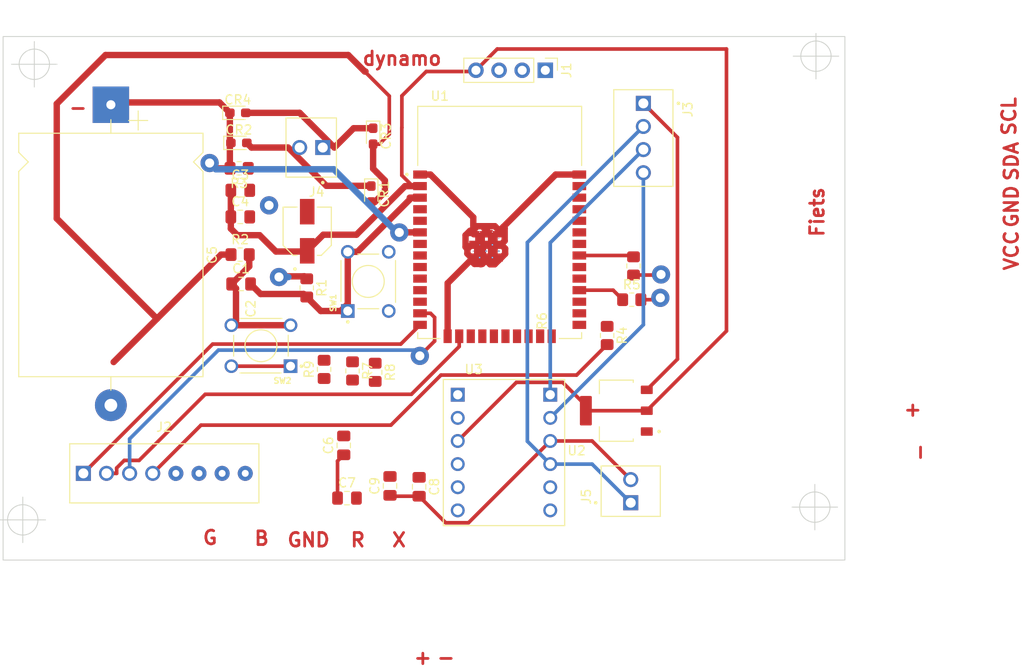
<source format=kicad_pcb>
(kicad_pcb (version 20211014) (generator pcbnew)
  (layers (0 "F.Cu" signal) (31 "B.Cu" signal) (34 "B.Paste" user) (35 "F.Paste" user) (36 "B.SilkS" user "B.Silkscreen") (37 "F.SilkS" user "F.Silkscreen") (38 "B.Mask" user) (39 "F.Mask" user) (44 "Edge.Cuts" user))
  (net 0 "")
  (net 1 "GND")
  (net 2 "Net-(C1-Pad2)")
  (net 3 "Net-(C5-Pad1)")
  (net 4 "Net-(C5-Pad2)")
  (net 5 "Net-(CR1-Pad1)")
  (net 6 "Net-(CR3-Pad1)")
  (net 7 "Net-(J1-Pad2)")
  (net 8 "Net-(J1-Pad3)")
  (net 9 "Net-(J2-Pad1)")
  (net 10 "Net-(J2-Pad2)")
  (net 11 "Net-(J2-Pad3)")
  (net 12 "Net-(J2-Pad4)")
  (net 13 "Net-(J2-Pad5)")
  (net 14 "Net-(J2-Pad7)")
  (net 16 "Net-(J3-Pad3)")
  (net 17 "Net-(J3-Pad4)")
  (net 18 "Net-(R8-Pad2)")
  (net 40 "+3V3")
  (net 41 "Net-(R7-Pad2)")
  (net 42 "Net-(R4-Pad1)")
  (net 43 "Net-(R5-Pad1)")
  (net 44 "Net-(R6-Pad1)")
  (net 45 "Net-(C2-Pad1)")
  (net 46 "Net-(C8-Pad2)")
  (net 47 "Net-(R9-Pad2)")
  (footprint "Diode_SMD:D_0603_1608Metric_Pad1.05x0.95mm_HandSolder" (layer "F.Cu") (at 160.8328 44.7294 -90)
    (fp_text reference "CR1" (at 0 -1.43 90) (layer "F.SilkS"))
    (fp_text value "1N4148W-TP")
    (pad "1" smd roundrect (at -0.875 0 270) (size 1.05 0.95) (layers "F.Cu" "F.Paste" "F.Mask") (net 5 "Net-(CR1-Pad1)"))
    (pad "2" smd roundrect (at 0.875 0 270) (size 1.05 0.95) (layers "F.Cu" "F.Paste" "F.Mask") (net 4 "Net-(C5-Pad2)"))
  )
  (footprint "libraries:TE_1546215-4" (layer "F.Cu") (at 190.7201 38.5826 -90)
    (fp_text reference "J3" (at -3.135 -4.885 -90) (layer "F.SilkS"))
    (fp_text value "282837-4")
    (pad "1" thru_hole rect locked (at -3.81 0 270) (size 1.65 1.65) (drill 1.1) (layers *.Cu *.Mask) (net 46 "Net-(C8-Pad2)"))
    (pad "2" thru_hole circle locked (at -1.27 0 270) (size 1.65 1.65) (drill 1.1) (layers *.Cu *.Mask) (net 1 "GND"))
    (pad "3" thru_hole circle locked (at 1.27 0 270) (size 1.65 1.65) (drill 1.1) (layers *.Cu *.Mask) (net 16 "Net-(J3-Pad3)"))
    (pad "4" thru_hole circle locked (at 3.81 0 270) (size 1.65 1.65) (drill 1.1) (layers *.Cu *.Mask) (net 17 "Net-(J3-Pad4)"))
  )
  (footprint "Resistor_SMD:R_0805_2012Metric_Pad1.20x1.40mm_HandSolder" (layer "F.Cu") (at 161.2646 64.3128 -90)
    (fp_text reference "R8" (at 0 -1.65 90) (layer "F.SilkS"))
    (fp_text value "10k")
    (pad "1" smd roundrect (at -1 0 270) (size 1.2 1.4) (layers "F.Cu" "F.Paste" "F.Mask") (roundrect_rratio 0.208333) (net 40 "+3V3"))
    (pad "2" smd roundrect (at 1 0 270) (size 1.2 1.4) (layers "F.Cu" "F.Paste" "F.Mask") (roundrect_rratio 0.208333) (net 18 "Net-(R8-Pad2)"))
  )
  (footprint "Resistor_SMD:R_0805_2012Metric_Pad1.20x1.40mm_HandSolder" (layer "F.Cu") (at 155.6512 63.992 90)
    (fp_text reference "R9" (at 0 -1.65 90) (layer "F.SilkS"))
    (fp_text value "10k")
    (pad "1" smd roundrect (at -1 0 90) (size 1.2 1.4) (layers "F.Cu" "F.Paste" "F.Mask") (roundrect_rratio 0.208333) (net 40 "+3V3"))
    (pad "2" smd roundrect (at 1 0 90) (size 1.2 1.4) (layers "F.Cu" "F.Paste" "F.Mask") (roundrect_rratio 0.208333) (net 47 "Net-(R9-Pad2)"))
  )
  (footprint "libraries:SOT229P700X180-4N" (layer "F.Cu") (at 187.7476 68.5292 180)
    (fp_text reference "U2" (at 4.36161 -4.39024) (layer "F.SilkS") (effects (font (size 1.001528 1.001528))))
    (fp_text value "AMS1117")
    (pad "1" smd roundrect locked (at -3.345 -2.29 90) (size 0.93 1.31) (layers "F.Cu" "F.Paste" "F.Mask") (roundrect_rratio 0.1) (net 1 "GND"))
    (pad "2" smd roundrect locked (at -3.345 0 90) (size 0.93 1.31) (layers "F.Cu" "F.Paste" "F.Mask") (roundrect_rratio 0.1) (net 45 "Net-(C2-Pad1)"))
    (pad "3" smd roundrect locked (at -3.345 2.29 90) (size 0.93 1.31) (layers "F.Cu" "F.Paste" "F.Mask") (roundrect_rratio 0.1) (net 46 "Net-(C8-Pad2)"))
    (pad "4" smd roundrect locked (at 3.345 0 90) (size 3.24 1.31) (layers "F.Cu" "F.Paste" "F.Mask") (roundrect_rratio 0.1) (net 45 "Net-(C2-Pad1)"))
  )
  (footprint "Resistor_SMD:R_0805_2012Metric_Pad1.20x1.40mm_HandSolder" (layer "F.Cu") (at 189.6364 52.6288 -90)
    (fp_text reference "R6" (at 6.053 10.0418 90) (layer "F.SilkS"))
    (fp_text value "82")
    (pad "1" smd roundrect (at -1 0 270) (size 1.2 1.4) (layers "F.Cu" "F.Paste" "F.Mask") (roundrect_rratio 0.208333) (net 44 "Net-(R6-Pad1)"))
    (pad "2" smd roundrect (at 1 0 270) (size 1.2 1.4) (layers "F.Cu" "F.Paste" "F.Mask") (roundrect_rratio 0.208333) (net 14 "Net-(J2-Pad7)"))
  )
  (footprint "Capacitor_SMD:C_0805_2012Metric_Pad1.18x1.45mm_HandSolder" (layer "F.Cu") (at 162.8902 76.7881 90)
    (fp_text reference "C9" (at 0 -1.68 90) (layer "F.SilkS"))
    (fp_text value "4.7u")
    (pad "1" smd roundrect (at -1.0375 0 90) (size 1.175 1.45) (layers "F.Cu" "F.Paste" "F.Mask") (roundrect_rratio 0.212766) (net 46 "Net-(C8-Pad2)"))
    (pad "2" smd roundrect (at 1.0375 0 90) (size 1.175 1.45) (layers "F.Cu" "F.Paste" "F.Mask") (roundrect_rratio 0.212766) (net 1 "GND"))
  )
  (footprint "libraries:CAP_EEE0JA101WR" (layer "F.Cu") (at 153.797 48.8188 90)
    (fp_text reference "C2" (at -8.511 -6.194 90) (layer "F.SilkS"))
    (fp_text value "220u")
    (pad "1" smd rect locked (at -2.15 0 90) (size 2.8 1.6) (layers "F.Cu" "F.Paste" "F.Mask") (net 45 "Net-(C2-Pad1)"))
    (pad "2" smd rect locked (at 2.15 0 90) (size 2.8 1.6) (layers "F.Cu" "F.Paste" "F.Mask") (net 1 "GND"))
  )
  (footprint "Capacitor_THT:CP_Axial_L26.5mm_D20.0mm_P33.00mm_Horizontal" (layer "F.Cu") (at 132.2324 34.925 -90)
    (fp_text reference "C5" (at 16.5 -11.12 90) (layer "F.SilkS"))
    (fp_text value "1000µ")
    (pad "1" thru_hole rect (at 0 0 270) (size 4 4) (drill 1) (layers *.Cu *.Mask) (net 3 "Net-(C5-Pad1)"))
    (pad "2" thru_hole oval (at 33 0 270) (size 3.5 3.5) (drill 1.4) (layers *.Cu *.Mask) (net 4 "Net-(C5-Pad2)"))
  )
  (footprint "libraries:TE_1546215-2" (layer "F.Cu") (at 154.2385 39.624 180)
    (fp_text reference "J4" (at -0.595 -4.885 180) (layer "F.SilkS"))
    (fp_text value "282841-2")
    (pad "1" thru_hole rect locked (at -1.27 0 180) (size 1.65 1.65) (drill 1.1) (layers *.Cu *.Mask) (net 6 "Net-(CR3-Pad1)"))
    (pad "2" thru_hole circle locked (at 1.27 0 180) (size 1.65 1.65) (drill 1.1) (layers *.Cu *.Mask) (net 5 "Net-(CR1-Pad1)"))
  )
  (footprint "Diode_SMD:D_0603_1608Metric_Pad1.05x0.95mm_HandSolder" (layer "F.Cu") (at 146.177 35.814)
    (fp_text reference "CR4" (at 0 -1.43) (layer "F.SilkS"))
    (fp_text value "1N4148W-TP")
    (pad "1" smd roundrect (at -0.875 0) (size 1.05 0.95) (layers "F.Cu" "F.Paste" "F.Mask") (net 3 "Net-(C5-Pad1)"))
    (pad "2" smd roundrect (at 0.875 0) (size 1.05 0.95) (layers "F.Cu" "F.Paste" "F.Mask") (net 6 "Net-(CR3-Pad1)"))
  )
  (footprint "BOB-12009:CONV_BOB-12009" (layer "F.Cu") (at 175.4124 73.1266)
    (fp_text reference "U3" (at -3.325 -9.135) (layer "F.SilkS"))
    (fp_text value "BOB-12009")
    (pad "GND_1" thru_hole circle locked (at 5.08 1.27) (size 1.524 1.524) (drill 1.016) (layers *.Cu *.Mask) (net 1 "GND"))
    (pad "GND_2" thru_hole circle locked (at -5.08 1.27) (size 1.524 1.524) (drill 1.016) (layers *.Cu *.Mask) (net 1 "GND"))
    (pad "HV" thru_hole circle locked (at 5.08 -1.27) (size 1.524 1.524) (drill 1.016) (layers *.Cu *.Mask) (net 46 "Net-(C8-Pad2)"))
    (pad "HV1" thru_hole rect locked (at 5.08 -6.35) (size 1.524 1.524) (drill 1.016) (layers *.Cu *.Mask) (net 16 "Net-(J3-Pad3)"))
    (pad "HV2" thru_hole circle locked (at 5.08 -3.81) (size 1.524 1.524) (drill 1.016) (layers *.Cu *.Mask) (net 17 "Net-(J3-Pad4)"))
    (pad "HV3" thru_hole circle locked (at 5.08 3.81) (size 1.524 1.524) (drill 1.016) (layers *.Cu *.Mask))
    (pad "HV4" thru_hole circle locked (at 5.08 6.35) (size 1.524 1.524) (drill 1.016) (layers *.Cu *.Mask))
    (pad "LV" thru_hole circle locked (at -5.08 -1.27) (size 1.524 1.524) (drill 1.016) (layers *.Cu *.Mask) (net 45 "Net-(C2-Pad1)"))
    (pad "LV1" thru_hole rect locked (at -5.08 -6.35) (size 1.524 1.524) (drill 1.016) (layers *.Cu *.Mask) (net 47 "Net-(R9-Pad2)"))
    (pad "LV2" thru_hole circle locked (at -5.08 -3.81) (size 1.524 1.524) (drill 1.016) (layers *.Cu *.Mask) (net 18 "Net-(R8-Pad2)"))
    (pad "LV3" thru_hole circle locked (at -5.08 3.81) (size 1.524 1.524) (drill 1.016) (layers *.Cu *.Mask))
    (pad "LV4" thru_hole circle locked (at -5.08 6.35) (size 1.524 1.524) (drill 1.016) (layers *.Cu *.Mask))
  )
  (footprint "Capacitor_SMD:C_0805_2012Metric_Pad1.18x1.45mm_HandSolder" (layer "F.Cu") (at 146.447 44.323)
    (fp_text reference "C3" (at 0 -1.68) (layer "F.SilkS"))
    (fp_text value "22u")
    (pad "1" smd roundrect (at -1.0375 0) (size 1.175 1.45) (layers "F.Cu" "F.Paste" "F.Mask") (roundrect_rratio 0.212766) (net 45 "Net-(C2-Pad1)"))
    (pad "2" smd roundrect (at 1.0375 0) (size 1.175 1.45) (layers "F.Cu" "F.Paste" "F.Mask") (roundrect_rratio 0.212766) (net 1 "GND"))
  )
  (footprint "libraries:TE_1546215-2" (layer "F.Cu") (at 189.3316 77.3684 90)
    (fp_text reference "J5" (at -0.595 -4.885 90) (layer "F.SilkS"))
    (fp_text value "282841-2")
    (pad "1" thru_hole rect locked (at -1.27 0 90) (size 1.65 1.65) (drill 1.1) (layers *.Cu *.Mask) (net 1 "GND"))
    (pad "2" thru_hole circle locked (at 1.27 0 90) (size 1.65 1.65) (drill 1.1) (layers *.Cu *.Mask) (net 46 "Net-(C8-Pad2)"))
  )
  (footprint "Capacitor_SMD:C_0805_2012Metric_Pad1.18x1.45mm_HandSolder" (layer "F.Cu") (at 146.5365 54.61)
    (fp_text reference "C1" (at 0 -1.68) (layer "F.SilkS"))
    (fp_text value "1u")
    (pad "1" smd roundrect (at -1.0375 0) (size 1.175 1.45) (layers "F.Cu" "F.Paste" "F.Mask") (roundrect_rratio 0.212766) (net 1 "GND"))
    (pad "2" smd roundrect (at 1.0375 0) (size 1.175 1.45) (layers "F.Cu" "F.Paste" "F.Mask") (roundrect_rratio 0.212766) (net 2 "Net-(C1-Pad2)"))
  )
  (footprint "Capacitor_SMD:C_0805_2012Metric_Pad1.18x1.45mm_HandSolder" (layer "F.Cu") (at 158.1658 78.1304)
    (fp_text reference "C7" (at 0 -1.68) (layer "F.SilkS"))
    (fp_text value "4.7u")
    (pad "1" smd roundrect (at -1.0375 0) (size 1.175 1.45) (layers "F.Cu" "F.Paste" "F.Mask") (roundrect_rratio 0.212766) (net 45 "Net-(C2-Pad1)"))
    (pad "2" smd roundrect (at 1.0375 0) (size 1.175 1.45) (layers "F.Cu" "F.Paste" "F.Mask") (roundrect_rratio 0.212766) (net 1 "GND"))
  )
  (footprint "Capacitor_SMD:C_0805_2012Metric_Pad1.18x1.45mm_HandSolder" (layer "F.Cu") (at 166.0906 76.8858 -90)
    (fp_text reference "C8" (at 0 -1.68 90) (layer "F.SilkS"))
    (fp_text value "0.1u")
    (pad "1" smd roundrect (at -1.0375 0 270) (size 1.175 1.45) (layers "F.Cu" "F.Paste" "F.Mask") (roundrect_rratio 0.212766) (net 1 "GND"))
    (pad "2" smd roundrect (at 1.0375 0 270) (size 1.175 1.45) (layers "F.Cu" "F.Paste" "F.Mask") (roundrect_rratio 0.212766) (net 46 "Net-(C8-Pad2)"))
  )
  (footprint "Resistor_SMD:R_0805_2012Metric_Pad1.20x1.40mm_HandSolder" (layer "F.Cu") (at 153.7462 55.0418 -90)
    (fp_text reference "R1" (at 0 -1.65 90) (layer "F.SilkS"))
    (fp_text value "10k")
    (pad "1" smd roundrect (at -1 0 270) (size 1.2 1.4) (layers "F.Cu" "F.Paste" "F.Mask") (roundrect_rratio 0.208333) (net 40 "+3V3"))
    (pad "2" smd roundrect (at 1 0 270) (size 1.2 1.4) (layers "F.Cu" "F.Paste" "F.Mask") (roundrect_rratio 0.208333) (net 2 "Net-(C1-Pad2)"))
  )
  (footprint "Resistor_SMD:R_0805_2012Metric_Pad1.20x1.40mm_HandSolder" (layer "F.Cu") (at 158.7754 64.1604 -90)
    (fp_text reference "R7" (at 0 -1.65 90) (layer "F.SilkS"))
    (fp_text value "10k")
    (pad "1" smd roundrect (at -1 0 270) (size 1.2 1.4) (layers "F.Cu" "F.Paste" "F.Mask") (roundrect_rratio 0.208333) (net 40 "+3V3"))
    (pad "2" smd roundrect (at 1 0 270) (size 1.2 1.4) (layers "F.Cu" "F.Paste" "F.Mask") (roundrect_rratio 0.208333) (net 41 "Net-(R7-Pad2)"))
  )
  (footprint "Capacitor_SMD:C_0805_2012Metric_Pad1.18x1.45mm_HandSolder" (layer "F.Cu") (at 146.447 47.244)
    (fp_text reference "C4" (at 0 -1.68) (layer "F.SilkS"))
    (fp_text value "0.1u")
    (pad "1" smd roundrect (at -1.0375 0) (size 1.175 1.45) (layers "F.Cu" "F.Paste" "F.Mask") (roundrect_rratio 0.212766) (net 45 "Net-(C2-Pad1)"))
    (pad "2" smd roundrect (at 1.0375 0) (size 1.175 1.45) (layers "F.Cu" "F.Paste" "F.Mask") (roundrect_rratio 0.212766) (net 1 "GND"))
  )
  (footprint "Resistor_SMD:R_0805_2012Metric_Pad1.20x1.40mm_HandSolder" (layer "F.Cu") (at 189.4426 56.3372)
    (fp_text reference "R5" (at 0 -1.65) (layer "F.SilkS"))
    (fp_text value "82")
    (pad "1" smd roundrect (at -1 0) (size 1.2 1.4) (layers "F.Cu" "F.Paste" "F.Mask") (roundrect_rratio 0.208333) (net 43 "Net-(R5-Pad1)"))
    (pad "2" smd roundrect (at 1 0) (size 1.2 1.4) (layers "F.Cu" "F.Paste" "F.Mask") (roundrect_rratio 0.208333) (net 13 "Net-(J2-Pad5)"))
  )
  (footprint "Resistor_SMD:R_0805_2012Metric_Pad1.20x1.40mm_HandSolder" (layer "F.Cu") (at 146.32 41.91 180)
    (fp_text reference "R3" (at 0 -1.65) (layer "F.SilkS"))
    (fp_text value "120")
    (pad "1" smd roundrect (at -1 0 180) (size 1.2 1.4) (layers "F.Cu" "F.Paste" "F.Mask") (roundrect_rratio 0.208333) (net 1 "GND"))
    (pad "2" smd roundrect (at 1 0 180) (size 1.2 1.4) (layers "F.Cu" "F.Paste" "F.Mask") (roundrect_rratio 0.208333) (net 3 "Net-(C5-Pad1)"))
  )
  (footprint "Diode_SMD:D_0603_1608Metric_Pad1.05x0.95mm_HandSolder" (layer "F.Cu") (at 161.036 38.3794 -90)
    (fp_text reference "CR3" (at 0 -1.43 90) (layer "F.SilkS"))
    (fp_text value "1N4148W-TP")
    (pad "1" smd roundrect (at -0.875 0 270) (size 1.05 0.95) (layers "F.Cu" "F.Paste" "F.Mask") (net 6 "Net-(CR3-Pad1)"))
    (pad "2" smd roundrect (at 0.875 0 270) (size 1.05 0.95) (layers "F.Cu" "F.Paste" "F.Mask") (net 4 "Net-(C5-Pad2)"))
  )
  (footprint "libraries:SW_1825910-6-4" (layer "F.Cu") (at 148.717 61.3918 180)
    (fp_text reference "SW2" (at -2.3627 -3.844398) (layer "F.SilkS") (effects (font (size 0.630643 0.630643))))
    (fp_text value "BOOT")
    (pad "1" thru_hole rect locked (at -3.25 -2.25 180) (size 1.498 1.498) (drill 0.99) (layers *.Cu *.Mask) (net 41 "Net-(R7-Pad2)"))
    (pad "2" thru_hole circle locked (at 3.25 -2.25 180) (size 1.498 1.498) (drill 0.99) (layers *.Cu *.Mask) (net 41 "Net-(R7-Pad2)"))
    (pad "3" thru_hole circle locked (at -3.25 2.25 180) (size 1.498 1.498) (drill 0.99) (layers *.Cu *.Mask) (net 1 "GND"))
    (pad "4" thru_hole circle locked (at 3.25 2.25 180) (size 1.498 1.498) (drill 0.99) (layers *.Cu *.Mask) (net 1 "GND"))
  )
  (footprint "libraries:XCVR_ESP32-WROOM-32E_(16MB)" (layer "F.Cu") (at 174.9375 47.85125)
    (fp_text reference "U1" (at -6.575 -13.885) (layer "F.SilkS"))
    (fp_text value "ESP32-WROOM-32E_(16MB)")
    (pad "1" smd rect locked (at -8.75 -5.26) (size 1.5 0.9) (layers "F.Cu" "F.Paste" "F.Mask") (net 1 "GND"))
    (pad "2" smd rect locked (at -8.75 -3.99) (size 1.5 0.9) (layers "F.Cu" "F.Paste" "F.Mask") (net 45 "Net-(C2-Pad1)"))
    (pad "3" smd rect locked (at -8.75 -2.72) (size 1.5 0.9) (layers "F.Cu" "F.Paste" "F.Mask") (net 2 "Net-(C1-Pad2)"))
    (pad "4" smd rect locked (at -8.75 -1.45) (size 1.5 0.9) (layers "F.Cu" "F.Paste" "F.Mask"))
    (pad "5" smd rect locked (at -8.75 -0.18) (size 1.5 0.9) (layers "F.Cu" "F.Paste" "F.Mask"))
    (pad "6" smd rect locked (at -8.75 1.09) (size 1.5 0.9) (layers "F.Cu" "F.Paste" "F.Mask") (net 3 "Net-(C5-Pad1)"))
    (pad "7" smd rect locked (at -8.75 2.36) (size 1.5 0.9) (layers "F.Cu" "F.Paste" "F.Mask"))
    (pad "8" smd rect locked (at -8.75 3.63) (size 1.5 0.9) (layers "F.Cu" "F.Paste" "F.Mask"))
    (pad "9" smd rect locked (at -8.75 4.9) (size 1.5 0.9) (layers "F.Cu" "F.Paste" "F.Mask"))
    (pad "10" smd rect locked (at -8.75 6.17) (size 1.5 0.9) (layers "F.Cu" "F.Paste" "F.Mask"))
    (pad "11" smd rect locked (at -8.75 7.44) (size 1.5 0.9) (layers "F.Cu" "F.Paste" "F.Mask"))
    (pad "12" smd rect locked (at -8.75 8.71) (size 1.5 0.9) (layers "F.Cu" "F.Paste" "F.Mask"))
    (pad "13" smd rect locked (at -8.75 9.98) (size 1.5 0.9) (layers "F.Cu" "F.Paste" "F.Mask") (net 11 "Net-(J2-Pad3)"))
    (pad "14" smd rect locked (at -8.75 11.25) (size 1.5 0.9) (layers "F.Cu" "F.Paste" "F.Mask") (net 9 "Net-(J2-Pad1)"))
    (pad "15" smd rect locked (at -5.715 12.5) (size 0.9 1.5) (layers "F.Cu" "F.Paste" "F.Mask") (net 1 "GND"))
    (pad "16" smd rect locked (at -4.445 12.5) (size 0.9 1.5) (layers "F.Cu" "F.Paste" "F.Mask") (net 10 "Net-(J2-Pad2)"))
    (pad "17" smd rect locked (at -3.175 12.5) (size 0.9 1.5) (layers "F.Cu" "F.Paste" "F.Mask"))
    (pad "18" smd rect locked (at -1.905 12.5) (size 0.9 1.5) (layers "F.Cu" "F.Paste" "F.Mask"))
    (pad "19" smd rect locked (at -0.635 12.5) (size 0.9 1.5) (layers "F.Cu" "F.Paste" "F.Mask"))
    (pad "20" smd rect locked (at 0.635 12.5) (size 0.9 1.5) (layers "F.Cu" "F.Paste" "F.Mask"))
    (pad "21" smd rect locked (at 1.905 12.5) (size 0.9 1.5) (layers "F.Cu" "F.Paste" "F.Mask"))
    (pad "22" smd rect locked (at 3.175 12.5) (size 0.9 1.5) (layers "F.Cu" "F.Paste" "F.Mask"))
    (pad "23" smd rect locked (at 4.445 12.5) (size 0.9 1.5) (layers "F.Cu" "F.Paste" "F.Mask"))
    (pad "24" smd rect locked (at 5.715 12.5) (size 0.9 1.5) (layers "F.Cu" "F.Paste" "F.Mask"))
    (pad "25" smd rect locked (at 8.75 11.25) (size 1.5 0.9) (layers "F.Cu" "F.Paste" "F.Mask") (net 41 "Net-(R7-Pad2)"))
    (pad "26" smd rect locked (at 8.75 9.98) (size 1.5 0.9) (layers "F.Cu" "F.Paste" "F.Mask"))
    (pad "27" smd rect locked (at 8.75 8.71) (size 1.5 0.9) (layers "F.Cu" "F.Paste" "F.Mask") (net 42 "Net-(R4-Pad1)"))
    (pad "28" smd rect locked (at 8.75 7.44) (size 1.5 0.9) (layers "F.Cu" "F.Paste" "F.Mask") (net 43 "Net-(R5-Pad1)"))
    (pad "29" smd rect locked (at 8.75 6.17) (size 1.5 0.9) (layers "F.Cu" "F.Paste" "F.Mask"))
    (pad "30" smd rect locked (at 8.75 4.9) (size 1.5 0.9) (layers "F.Cu" "F.Paste" "F.Mask"))
    (pad "31" smd rect locked (at 8.75 3.63) (size 1.5 0.9) (layers "F.Cu" "F.Paste" "F.Mask") (net 44 "Net-(R6-Pad1)"))
    (pad "32" smd rect locked (at 8.75 2.36) (size 1.5 0.9) (layers "F.Cu" "F.Paste" "F.Mask"))
    (pad "33" smd rect locked (at 8.75 1.09) (size 1.5 0.9) (layers "F.Cu" "F.Paste" "F.Mask") (net 47 "Net-(R9-Pad2)"))
    (pad "34" smd rect locked (at 8.75 -0.18) (size 1.5 0.9) (layers "F.Cu" "F.Paste" "F.Mask") (net 7 "Net-(J1-Pad2)"))
    (pad "35" smd rect locked (at 8.75 -1.45) (size 1.5 0.9) (layers "F.Cu" "F.Paste" "F.Mask") (net 8 "Net-(J1-Pad3)"))
    (pad "36" smd rect locked (at 8.75 -2.72) (size 1.5 0.9) (layers "F.Cu" "F.Paste" "F.Mask") (net 18 "Net-(R8-Pad2)"))
    (pad "37" smd rect locked (at 8.75 -3.99) (size 1.5 0.9) (layers "F.Cu" "F.Paste" "F.Mask"))
    (pad "38" smd rect locked (at 8.75 -5.26) (size 1.5 0.9) (layers "F.Cu" "F.Paste" "F.Mask") (net 1 "GND"))
    (pad "39_1" smd rect locked (at -2.9 1.06) (size 0.9 0.9) (layers "F.Cu" "F.Paste" "F.Mask") (net 1 "GND"))
    (pad "39_2" smd rect locked (at -1.5 1.06) (size 0.9 0.9) (layers "F.Cu" "F.Paste" "F.Mask") (net 1 "GND"))
    (pad "39_3" smd rect locked (at -0.1 1.06) (size 0.9 0.9) (layers "F.Cu" "F.Paste" "F.Mask") (net 1 "GND"))
    (pad "39_4" smd rect locked (at -2.9 2.46) (size 0.9 0.9) (layers "F.Cu" "F.Paste" "F.Mask") (net 1 "GND"))
    (pad "39_5" smd rect locked (at -1.5 2.46) (size 0.9 0.9) (layers "F.Cu" "F.Paste" "F.Mask") (net 1 "GND"))
    (pad "39_6" smd rect locked (at -0.1 2.46) (size 0.9 0.9) (layers "F.Cu" "F.Paste" "F.Mask") (net 1 "GND"))
    (pad "39_7" smd rect locked (at -2.9 3.86) (size 0.9 0.9) (layers "F.Cu" "F.Paste" "F.Mask") (net 1 "GND"))
    (pad "39_8" smd rect locked (at -1.5 3.86) (size 0.9 0.9) (layers "F.Cu" "F.Paste" "F.Mask") (net 1 "GND"))
    (pad "39_9" smd rect locked (at -0.1 3.86) (size 0.9 0.9) (layers "F.Cu" "F.Paste" "F.Mask") (net 1 "GND"))
    (pad "39_10" thru_hole circle locked (at -2.2 1.06) (size 0.1 0.1) (drill 0.2) (layers *.Cu))
    (pad "39_11" thru_hole circle locked (at -0.8 1.06) (size 0.1 0.1) (drill 0.2) (layers *.Cu))
    (pad "39_12" thru_hole circle locked (at -2.9 1.76) (size 0 0) (drill 0.762) (layers *.Cu))
    (pad "39_13" thru_hole circle locked (at -1.5 1.76) (size 0 0) (drill 0.762) (layers *.Cu))
    (pad "39_14" thru_hole circle locked (at -0.1 1.76) (size 0.1 0.1) (drill 0.05) (layers *.Cu))
    (pad "39_15" thru_hole circle locked (at -2.2 2.46) (size 0.1 0.1) (drill 0.05) (layers *.Cu))
    (pad "39_16" thru_hole circle locked (at -0.8 2.46) (size 0.2 0.2) (drill 0.1) (layers *.Cu))
    (pad "39_17" thru_hole circle locked (at -2.9 3.16) (size 0.1 0.1) (drill 0.05) (layers *.Cu))
    (pad "39_18" thru_hole circle locked (at -1.5 3.16) (size 0.2 0.2) (drill 0.1) (layers *.Cu))
    (pad "39_19" thru_hole circle locked (at -0.1 3.16) (size 0.2 0.2) (drill 0.1) (layers *.Cu))
    (pad "39_20" thru_hole circle locked (at -2.2 3.86) (size 0.2 0.2) (drill 0.1) (layers *.Cu))
    (pad "39_21" thru_hole circle locked (at -0.8 3.86) (size 0.2 0.2) (drill 0.1) (layers *.Cu))
  )
  (footprint "Resistor_SMD:R_0805_2012Metric_Pad1.20x1.40mm_HandSolder" (layer "F.Cu") (at 186.7408 60.2648 -90)
    (fp_text reference "R4" (at 0 -1.65 90) (layer "F.SilkS"))
    (fp_text value "82")
    (pad "1" smd roundrect (at -1 0 270) (size 1.2 1.4) (layers "F.Cu" "F.Paste" "F.Mask") (roundrect_rratio 0.208333) (net 42 "Net-(R4-Pad1)"))
    (pad "2" smd roundrect (at 1 0 270) (size 1.2 1.4) (layers "F.Cu" "F.Paste" "F.Mask") (roundrect_rratio 0.208333) (net 12 "Net-(J2-Pad4)"))
  )
  (footprint "Resistor_SMD:R_0805_2012Metric_Pad1.20x1.40mm_HandSolder" (layer "F.Cu") (at 146.431 51.3842)
    (fp_text reference "R2" (at 0 -1.65) (layer "F.SilkS"))
    (fp_text value "560")
    (pad "1" smd roundrect (at -1 0) (size 1.2 1.4) (layers "F.Cu" "F.Paste" "F.Mask") (roundrect_rratio 0.208333) (net 4 "Net-(C5-Pad2)"))
    (pad "2" smd roundrect (at 1 0) (size 1.2 1.4) (layers "F.Cu" "F.Paste" "F.Mask") (roundrect_rratio 0.208333) (net 1 "GND"))
  )
  (footprint "Diode_SMD:D_0603_1608Metric_Pad1.05x0.95mm_HandSolder" (layer "F.Cu") (at 146.29 39.116)
    (fp_text reference "CR2" (at 0 -1.43) (layer "F.SilkS"))
    (fp_text value "1N4148W-TP")
    (pad "1" smd roundrect (at -0.875 0) (size 1.05 0.95) (layers "F.Cu" "F.Paste" "F.Mask") (net 3 "Net-(C5-Pad1)"))
    (pad "2" smd roundrect (at 0.875 0) (size 1.05 0.95) (layers "F.Cu" "F.Paste" "F.Mask") (net 5 "Net-(CR1-Pad1)"))
  )
  (footprint "Capacitor_SMD:C_0805_2012Metric_Pad1.18x1.45mm_HandSolder" (layer "F.Cu") (at 157.8102 72.3392 90)
    (fp_text reference "C6" (at 0 -1.68 90) (layer "F.SilkS"))
    (fp_text value "0.1u")
    (pad "1" smd roundrect (at -1.0375 0 90) (size 1.175 1.45) (layers "F.Cu" "F.Paste" "F.Mask") (roundrect_rratio 0.212766) (net 45 "Net-(C2-Pad1)"))
    (pad "2" smd roundrect (at 1.0375 0 90) (size 1.175 1.45) (layers "F.Cu" "F.Paste" "F.Mask") (roundrect_rratio 0.212766) (net 1 "GND"))
  )
  (footprint "libraries:TE_1546215-8" (layer "F.Cu") (at 138.0744 75.4126)
    (fp_text reference "J2" (at 0 -5.08 unlocked) (layer "F.SilkS"))
    (fp_text value "R pinnen RGB strips")
    (pad "1" thru_hole rect (at -8.862 0) (size 1.65 1.65) (drill 1.1) (layers *.Cu *.Mask) (net 9 "Net-(J2-Pad1)"))
    (pad "2" thru_hole circle (at -6.322 0) (size 1.65 1.65) (drill 1.1) (layers *.Cu *.Mask) (net 10 "Net-(J2-Pad2)"))
    (pad "3" thru_hole circle (at -3.782 0) (size 1.65 1.65) (drill 1.1) (layers *.Cu *.Mask) (net 11 "Net-(J2-Pad3)"))
    (pad "4" thru_hole circle (at -1.242 0) (size 1.65 1.65) (drill 1.1) (layers *.Cu *.Mask) (net 12 "Net-(J2-Pad4)"))
    (pad "5" thru_hole circle (at 1.298 0) (size 1.65 1.65) (drill 0.762) (layers *.Cu *.Mask) (net 13 "Net-(J2-Pad5)"))
    (pad "6" thru_hole circle (at 3.838 0) (size 1.65 1.65) (drill 0.762) (layers *.Cu *.Mask) (net 1 "GND"))
    (pad "7" thru_hole circle (at 6.378 0) (size 1.65 1.65) (drill 0.762) (layers *.Cu *.Mask) (net 14 "Net-(J2-Pad7)"))
    (pad "8" thru_hole circle (at 8.918 0) (size 1.65 1.65) (drill 0.762) (layers *.Cu *.Mask))
  )
  (footprint "Connector_PinHeader_2.54mm:PinHeader_1x04_P2.54mm_Vertical" (layer "F.Cu") (at 179.949 31.1404 -90)
    (fp_text reference "J1" (at 0 -2.33 90) (layer "F.SilkS"))
    (fp_text value "Conn_01x04_Female")
    (pad "1" thru_hole rect (at 0 0 270) (size 1.7 1.7) (drill 1) (layers *.Cu *.Mask) (net 1 "GND"))
    (pad "2" thru_hole oval (at 0 2.54 270) (size 1.7 1.7) (drill 1) (layers *.Cu *.Mask) (net 7 "Net-(J1-Pad2)"))
    (pad "3" thru_hole oval (at 0 5.08 270) (size 1.7 1.7) (drill 1) (layers *.Cu *.Mask) (net 8 "Net-(J1-Pad3)"))
    (pad "4" thru_hole oval (at 0 7.62 270) (size 1.7 1.7) (drill 1) (layers *.Cu *.Mask) (net 45 "Net-(C2-Pad1)"))
  )
  (footprint "libraries:SW_1825910-6-4" (layer "F.Cu") (at 160.5026 54.3306 90)
    (fp_text reference "SW1" (at -2.3627 -3.844398 90) (layer "F.SilkS") (effects (font (size 0.630643 0.630643))))
    (fp_text value "ENABLE")
    (pad "1" thru_hole rect locked (at -3.25 -2.25 90) (size 1.498 1.498) (drill 0.99) (layers *.Cu *.Mask) (net 2 "Net-(C1-Pad2)"))
    (pad "2" thru_hole circle locked (at 3.25 -2.25 90) (size 1.498 1.498) (drill 0.99) (layers *.Cu *.Mask) (net 2 "Net-(C1-Pad2)"))
    (pad "3" thru_hole circle locked (at -3.25 2.25 90) (size 1.498 1.498) (drill 0.99) (layers *.Cu *.Mask) (net 1 "GND"))
    (pad "4" thru_hole circle locked (at 3.25 2.25 90) (size 1.498 1.498) (drill 0.99) (layers *.Cu *.Mask) (net 1 "GND"))
  )
  (gr_rect (start 120.396 27.432) (end 212.852 84.9376) (layer "Edge.Cuts") (width 0.1) (fill none))
  (gr_text "VCC" (at 231.14 50.927 90) (layer "F.Cu") (effects (font (size 1.5 1.5) (thickness 0.3))))
  (gr_text "dynamo" (at 164.211 29.845) (layer "F.Cu") (effects (font (size 1.5 1.5) (thickness 0.3))))
  (gr_text "GND" (at 153.9494 82.7278) (layer "F.Cu") (effects (font (size 1.5 1.5) (thickness 0.3))))
  (gr_text "B" (at 148.7932 82.55) (layer "F.Cu") (effects (font (size 1.5 1.5) (thickness 0.3))))
  (gr_text "-\n" (at 128.6256 35.2298) (layer "F.Cu") (effects (font (size 1.5 1.5) (thickness 0.3)) (justify mirror)))
  (gr_text "GND" (at 231.14 46.101 90) (layer "F.Cu") (effects (font (size 1.5 1.5) (thickness 0.3))))
  (gr_text "Fiets" (at 209.804 46.7106 90) (layer "F.Cu") (effects (font (size 1.5 1.5) (thickness 0.3))))
  (gr_text "R" (at 159.3596 82.7278) (layer "F.Cu") (effects (font (size 1.5 1.5) (thickness 0.3))))
  (gr_text "SCL" (at 230.886 36.195 90) (layer "F.Cu") (effects (font (size 1.5 1.5) (thickness 0.3))))
  (gr_text "+\n\n" (at 221.4118 68.4784 90) (layer "F.Cu") (effects (font (size 1.5 1.5) (thickness 0.3))))
  (gr_text "G" (at 143.129 82.4738) (layer "F.Cu") (effects (font (size 1.5 1.5) (thickness 0.3))))
  (gr_text "SDA" (at 231.14 41.148 90) (layer "F.Cu") (effects (font (size 1.5 1.5) (thickness 0.3))))
  (gr_text "X" (at 163.8808 82.7278) (layer "F.Cu") (effects (font (size 1.5 1.5) (thickness 0.3)) (justify mirror)))
  (gr_text "-\n" (at 169.037 95.631) (layer "F.Cu") (effects (font (size 1.5 1.5) (thickness 0.3))))
  (gr_text "-\n" (at 221.0562 73.1012 90) (layer "F.Cu") (effects (font (size 1.5 1.5) (thickness 0.3))))
  (gr_text "+" (at 166.497 95.631) (layer "F.Cu") (effects (font (size 1.5 1.5) (thickness 0.3))))
  (target plus (at 209.677 29.591) (size 5) (width 0.1) (layer "Edge.Cuts"))
  (target plus (at 123.825 30.48) (size 5) (width 0.1) (layer "Edge.Cuts"))
  (target plus (at 122.555 80.518) (size 5) (width 0.1) (layer "Edge.Cuts"))
  (target plus (at 209.55 79.121) (size 5) (width 0.1) (layer "Edge.Cuts"))
  (segment (start 173.480261 48.261739) (end 172.468463 48.261739) (width 0.7) (layer "F.Cu") (net 1))
  (segment (start 171.387989 51.280287) (end 171.387989 50.742213) (width 0.7) (layer "F.Cu") (net 1))
  (segment (start 172.847 52.451) (end 172.847 50.927) (width 0.7) (layer "F.Cu") (net 1))
  (segment (start 171.387989 50.742213) (end 171.186979 50.541203) (width 0.7) (layer "F.Cu") (net 1))
  (segment (start 174.8375 51.71125) (end 174.8375 52.000509) (width 0.7) (layer "F.Cu") (net 1))
  (segment (start 174.387009 52.451) (end 173.887991 52.451) (width 0.7) (layer "F.Cu") (net 1))
  (segment (start 171.387989 50.8) (end 171.387989 50.742213) (width 0.7) (layer "F.Cu") (net 1))
  (segment (start 172.0375 47.292702) (end 167.336048 42.59125) (width 0.7) (layer "F.Cu") (net 1))
  (segment (start 171.186979 50.541203) (end 171.186979 49.258952) (width 0.7) (layer "F.Cu") (net 1))
  (segment (start 174.787011 48.895) (end 174.787012 48.895) (width 0.7) (layer "F.Cu") (net 1))
  (segment (start 173.4375 48.692702) (end 173.4375 48.760729) (width 0.7) (layer "F.Cu") (net 1))
  (segment (start 147.431 52.678) (end 145.499 54.61) (width 0.7) (layer "F.Cu") (net 1))
  (segment (start 174.371 50.8) (end 174.371 49.276) (width 0.7) (layer "F.Cu") (net 1))
  (segment (start 153.797 46.6688) (end 153.7208 46.745) (width 0.7) (layer "F.Cu") (net 1))
  (segment (start 169.2225 60.35125) (end 169.2225 54.52625) (width 0.7) (layer "F.Cu") (net 1))
  (segment (start 175.537011 51.300998) (end 175.126759 51.71125) (width 0.7) (layer "F.Cu") (net 1))
  (segment (start 175.487011 49.880287) (end 175.056048 50.31125) (width 0.7) (layer "F.Cu") (net 1))
  (segment (start 171.186979 49.258952) (end 171.685202 48.760729) (width 0.7) (layer "F.Cu") (net 1))
  (segment (start 175.537011 50.721502) (end 175.537011 51.300998) (width 0.7) (layer "F.Cu") (net 1))
  (segment (start 172.974 52.324) (end 172.974 50.8) (width 0.7) (layer "F.Cu") (net 1))
  (segment (start 172.468463 48.261739) (end 172.0375 48.692702) (width 0.7) (layer "F.Cu") (net 1))
  (segment (start 172.0375 48.692702) (end 172.0375 47.292702) (width 0.7) (layer "F.Cu") (net 1))
  (segment (start 172.0375 52.2765) (end 172.0375 51.71125) (width 0.7) (layer "F.Cu") (net 1))
  (segment (start 147.32 47.0795) (end 147.4845 47.244) (width 0.7) (layer "F.Cu") (net 1))
  (segment (start 174.371 52.197) (end 174.371 50.673) (width 0.7) (layer "F.Cu") (net 1))
  (segment (start 174.8375 48.91125) (end 174.8375 48.692702) (width 0.7) (layer "F.Cu") (net 1))
  (segment (start 173.482 49.149) (end 175.006 49.149) (width 0.7) (layer "F.Cu") (net 1))
  (segment (start 171.676817 50.453385) (end 171.387989 50.8) (width 0.7) (layer "F.Cu") (net 1))
  (segment (start 171.818952 51.71125) (end 171.387989 51.280287) (width 0.7) (layer "F.Cu") (net 1))
  (segment (start 172.0375 51.71125) (end 171.818952 51.71125) (width 0.7) (layer "F.Cu") (net 1))
  (segment (start 169.2225 54.52625) (end 172.0375 51.71125) (width 0.7) (layer "F.Cu") (net 1))
  (segment (start 172.085 49.149) (end 173.609 49.149) (width 0.7) (layer "F.Cu") (net 1))
  (segment (start 145.975 55.086) (end 145.499 54.61) (width 0.7) (layer "F.Cu") (net 1))
  (segment (start 172.171761 52.410761) (end 172.0375 52.2765) (width 0.7) (layer "F.Cu") (net 1))
  (segment (start 147.431 51.3842) (end 147.431 52.678) (width 0.7) (layer "F.Cu") (net 1))
  (segment (start 175.341006 48.341006) (end 181.090761 42.59125) (width 0.7) (layer "F.Cu") (net 1))
  (segment (start 174.787012 48.895) (end 175.341006 48.341006) (width 0.7) (layer "F.Cu") (net 1))
  (segment (start 145.467 59.1418) (end 151.967 59.1418) (width 0.7) (layer "F.Cu") (net 1))
  (segment (start 145.467 59.1418) (end 145.975 58.6338) (width 0.7) (layer "F.Cu") (net 1))
  (segment (start 174.406537 48.261739) (end 173.480261 48.261739) (width 0.7) (layer "F.Cu") (net 1))
  (segment (start 172.466 52.324) (end 172.466 50.8) (width 0.7) (layer "F.Cu") (net 1))
  (segment (start 175.126759 50.31125) (end 175.537011 50.721502) (width 0.7) (layer "F.Cu") (net 1))
  (segment (start 145.975 58.6338) (end 145.975 55.086) (width 0.7) (layer "F.Cu") (net 1))
  (segment (start 175.126759 51.71125) (end 174.8375 51.71125) (width 0.7) (layer "F.Cu") (net 1))
  (segment (start 173.101 50.8) (end 173.101 52.324) (width 0.7) (layer "F.Cu") (net 1))
  (segment (start 174.8375 48.692702) (end 174.406537 48.261739) (width 0.7) (layer "F.Cu") (net 1))
  (segment (start 173.243399 48.498601) (end 173.4375 48.692702) (width 0.7) (layer "F.Cu") (net 1))
  (segment (start 173.027248 52.410761) (end 172.171761 52.410761) (width 0.7) (layer "F.Cu") (net 1))
  (segment (start 173.99 52.197) (end 173.99 50.673) (width 0.7) (layer "F.Cu") (net 1))
  (segment (start 173.4375 52.000509) (end 173.027248 52.410761) (width 0.7) (layer "F.Cu") (net 1))
  (segment (start 175.341006 48.341006) (end 175.487011 48.487011) (width 0.7) (layer "F.Cu") (net 1))
  (segment (start 173.480261 48.261739) (end 173.243399 48.498601) (width 0.7) (layer "F.Cu") (net 1))
  (segment (start 175.056048 50.31125) (end 174.8375 50.31125) (width 0.7) (layer "F.Cu") (net 1))
  (segment (start 173.99 50.546) (end 173.99 49.022) (width 0.7) (layer "F.Cu") (net 1))
  (segment (start 173.887991 52.451) (end 173.4375 52.000509) (width 0.7) (layer "F.Cu") (net 1))
  (segment (start 172.974 50.927) (end 172.974 49.403) (width 0.7) (layer "F.Cu") (net 1))
  (segment (start 174.8375 50.31125) (end 175.126759 50.31125) (width 0.7) (layer "F.Cu") (net 1))
  (segment (start 174.8375 52.000509) (end 174.387009 52.451) (width 0.7) (layer "F.Cu") (net 1))
  (segment (start 171.387989 50.742213) (end 171.676817 50.453385) (width 0.7) (layer "F.Cu") (net 1))
  (segment (start 173.4375 51.71125) (end 173.4375 52.000509) (width 0.7) (layer "F.Cu") (net 1))
  (segment (start 181.090761 42.59125) (end 183.6875 42.59125) (width 0.7) (layer "F.Cu") (net 1))
  (segment (start 175.487011 48.487011) (end 175.487011 49.880287) (width 0.7) (layer "F.Cu") (net 1))
  (segment (start 167.336048 42.59125) (end 166.1875 42.59125) (width 0.7) (layer "F.Cu") (net 1))
  (segment (start 172.593 50.927) (end 172.593 49.403) (width 0.7) (layer "F.Cu") (net 1))
  (via (at 149.606 45.974) (size 2) (drill 1) (layers "F.Cu" "B.Cu") (net 1))
  (segment (start 180.4924 74.3966) (end 185.0898 74.3966) (width 0.4) (layer "B.Cu") (net 1))
  (segment (start 177.9778 71.882) (end 177.9778 50.0549) (width 0.4) (layer "B.Cu") (net 1))
  (segment (start 185.0898 74.3966) (end 189.3316 78.6384) (width 0.4) (layer "B.Cu") (net 1))
  (segment (start 180.4924 74.3966) (end 177.9778 71.882) (width 0.4) (layer "B.Cu") (net 1))
  (segment (start 177.9778 50.0549) (end 190.7201 37.3126) (width 0.4) (layer "B.Cu") (net 1))
  (segment (start 158.2526 56.8092) (end 158.2526 51.0806) (width 0.7) (layer "F.Cu") (net 2))
  (segment (start 159.311845 51.0806) (end 165.261195 45.13125) (width 0.7) (layer "F.Cu") (net 2))
  (segment (start 148.6756 55.7116) (end 147.574 54.61) (width 0.7) (layer "F.Cu") (net 2))
  (segment (start 158.2526 51.0806) (end 159.311845 51.0806) (width 0.7) (layer "F.Cu") (net 2))
  (segment (start 155.285 57.5806) (end 153.7462 56.0418) (width 0.7) (layer "F.Cu") (net 2))
  (segment (start 157.4812 57.5806) (end 155.285 57.5806) (width 0.7) (layer "F.Cu") (net 2))
  (segment (start 166.1875 45.13125) (end 165.058478 45.13125) (width 0.7) (layer "F.Cu") (net 2))
  (segment (start 158.2526 57.5806) (end 157.4812 57.5806) (width 0.7) (layer "F.Cu") (net 2))
  (segment (start 165.261195 45.13125) (end 166.1875 45.13125) (width 0.7) (layer "F.Cu") (net 2))
  (segment (start 157.4812 57.5806) (end 158.2526 56.8092) (width 0.7) (layer "F.Cu") (net 2))
  (segment (start 153.7462 56.0418) (end 153.416 55.7116) (width 0.7) (layer "F.Cu") (net 2))
  (segment (start 153.416 55.7116) (end 148.6756 55.7116) (width 0.7) (layer "F.Cu") (net 2))
  (segment (start 147.701 54.737) (end 147.574 54.61) (width 0.7) (layer "F.Cu") (net 2))
  (segment (start 145.302 35.814) (end 144.159 34.671) (width 0.7) (layer "F.Cu") (net 3))
  (segment (start 143.0782 41.3258) (end 143.6624 41.91) (width 0.7) (layer "F.Cu") (net 3))
  (segment (start 145.302 41.892) (end 145.32 41.91) (width 0.7) (layer "F.Cu") (net 3))
  (segment (start 163.913505 48.953107) (end 163.925362 48.94125) (width 0.7) (layer "F.Cu") (net 3))
  (segment (start 145.302 35.814) (end 145.302 41.892) (width 0.7) (layer "F.Cu") (net 3))
  (segment (start 132.4864 34.671) (end 132.2324 34.925) (width 0.7) (layer "F.Cu") (net 3))
  (segment (start 163.925362 48.94125) (end 166.1875 48.94125) (width 0.7) (layer "F.Cu") (net 3))
  (segment (start 143.6624 41.91) (end 145.32 41.91) (width 0.7) (layer "F.Cu") (net 3))
  (segment (start 144.159 34.671) (end 132.4864 34.671) (width 0.7) (layer "F.Cu") (net 3))
  (via (at 143.0782 41.3258) (size 2) (drill 1) (layers "F.Cu" "B.Cu") (net 3))
  (via (at 163.913505 48.953107) (size 2) (drill 1) (layers "F.Cu" "B.Cu") (net 3))
  (segment (start 163.659507 48.953107) (end 163.913505 48.953107) (width 0.7) (layer "B.Cu") (net 3))
  (segment (start 143.764 42.0116) (end 156.718 42.0116) (width 0.7) (layer "B.Cu") (net 3))
  (segment (start 143.0782 41.3258) (end 143.764 42.0116) (width 0.7) (layer "B.Cu") (net 3))
  (segment (start 156.718 42.0116) (end 163.659507 48.953107) (width 0.7) (layer "B.Cu") (net 3))
  (segment (start 161.4494 42.3602) (end 162.3314 43.2422) (width 0.7) (layer "F.Cu") (net 4))
  (segment (start 161.2278 45.6044) (end 160.8328 45.6044) (width 0.7) (layer "F.Cu") (net 4))
  (segment (start 162.3314 44.5008) (end 161.2278 45.6044) (width 0.7) (layer "F.Cu") (net 4))
  (segment (start 144.3388 51.3842) (end 137.295 58.428) (width 0.7) (layer "F.Cu") (net 4))
  (segment (start 161.036 39.2544) (end 161.036 41.9468) (width 0.7) (layer "F.Cu") (net 4))
  (segment (start 161.036 41.9468) (end 161.4494 42.3602) (width 0.7) (layer "F.Cu") (net 4))
  (segment (start 160.114821 31.273091) (end 158.30573 29.464) (width 0.7) (layer "F.Cu") (net 4))
  (segment (start 145.431 51.3842) (end 144.3388 51.3842) (width 0.7) (layer "F.Cu") (net 4))
  (segment (start 162.814 38.1508) (end 161.7104 39.2544) (width 0.4) (layer "F.Cu") (net 4))
  (segment (start 131.6482 29.464) (end 126.2888 34.8234) (width 0.7) (layer "F.Cu") (net 4))
  (segment (start 161.7104 39.2544) (end 161.036 39.2544) (width 0.4) (layer "F.Cu") (net 4))
  (segment (start 160.203491 31.273091) (end 160.114821 31.273091) (width 0.7) (layer "F.Cu") (net 4))
  (segment (start 162.3314 43.2422) (end 162.3314 44.5008) (width 0.7) (layer "F.Cu") (net 4))
  (segment (start 160.114821 31.273091) (end 162.814 33.97227) (width 0.4) (layer "F.Cu") (net 4))
  (segment (start 162.814 33.97227) (end 162.814 38.1508) (width 0.4) (layer "F.Cu") (net 4))
  (segment (start 126.2888 47.4218) (end 137.295 58.428) (width 0.7) (layer "F.Cu") (net 4))
  (segment (start 137.295 58.428) (end 132.5372 63.1858) (width 0.7) (layer "F.Cu") (net 4))
  (segment (start 158.30573 29.464) (end 131.6482 29.464) (width 0.7) (layer "F.Cu") (net 4))
  (segment (start 126.2888 34.8234) (end 126.2888 47.4218) (width 0.7) (layer "F.Cu") (net 4))
  (segment (start 160.8074 43.829) (end 155.9035 43.829) (width 0.7) (layer "F.Cu") (net 5))
  (segment (start 160.8328 43.8544) (end 160.8074 43.829) (width 0.7) (layer "F.Cu") (net 5))
  (segment (start 155.9035 43.829) (end 151.6985 39.624) (width 0.7) (layer "F.Cu") (net 5))
  (segment (start 147.165 39.116) (end 147.673 39.624) (width 0.7) (layer "F.Cu") (net 5))
  (segment (start 147.673 39.624) (end 151.6985 39.624) (width 0.7) (layer "F.Cu") (net 5))
  (segment (start 152.9685 35.814) (end 147.052 35.814) (width 0.7) (layer "F.Cu") (net 6))
  (segment (start 158.8981 37.5044) (end 161.036 37.5044) (width 0.7) (layer "F.Cu") (net 6))
  (segment (start 156.7785 39.624) (end 152.9685 35.814) (width 0.7) (layer "F.Cu") (net 6))
  (segment (start 156.7785 39.624) (end 158.8981 37.5044) (width 0.7) (layer "F.Cu") (net 6))
  (segment (start 164.07475 61.214) (end 166.1875 59.10125) (width 0.4) (layer "F.Cu") (net 9))
  (segment (start 129.2124 75.4126) (end 143.411 61.214) (width 0.4) (layer "F.Cu") (net 9))
  (segment (start 143.411 61.214) (end 164.07475 61.214) (width 0.4) (layer "F.Cu") (net 9))
  (segment (start 133.702347 73.988089) (end 135.333311 73.988089) (width 0.4) (layer "F.Cu") (net 10))
  (segment (start 142.5956 66.7258) (end 165.246972 66.7258) (width 0.4) (layer "F.Cu") (net 10))
  (segment (start 170.4925 61.480272) (end 170.4925 60.35125) (width 0.4) (layer "F.Cu") (net 10))
  (segment (start 131.7524 75.4126) (end 132.867889 75.4126) (width 0.4) (layer "F.Cu") (net 10))
  (segment (start 132.867889 75.4126) (end 132.867889 74.822547) (width 0.4) (layer "F.Cu") (net 10))
  (segment (start 165.246972 66.7258) (end 170.4925 61.480272) (width 0.4) (layer "F.Cu") (net 10))
  (segment (start 132.867889 74.822547) (end 133.702347 73.988089) (width 0.4) (layer "F.Cu") (net 10))
  (segment (start 135.333311 73.988089) (end 142.5956 66.7258) (width 0.4) (layer "F.Cu") (net 10))
  (segment (start 167.3375 57.83125) (end 167.7924 58.28615) (width 0.4) (layer "F.Cu") (net 11))
  (segment (start 166.1875 57.83125) (end 167.3375 57.83125) (width 0.4) (layer "F.Cu") (net 11))
  (segment (start 167.7924 58.28615) (end 167.7924 60.8838) (width 0.4) (layer "F.Cu") (net 11))
  (segment (start 167.7924 60.8838) (end 166.1668 62.5094) (width 0.4) (layer "F.Cu") (net 11))
  (via (at 166.1668 62.5094) (size 2) (drill 1) (layers "F.Cu" "B.Cu") (net 11))
  (segment (start 166.1668 62.5094) (end 165.5318 61.8744) (width 0.4) (layer "B.Cu") (net 11))
  (segment (start 165.5318 61.8744) (end 144.0434 61.8744) (width 0.4) (layer "B.Cu") (net 11))
  (segment (start 144.0434 61.8744) (end 134.2924 71.6254) (width 0.4) (layer "B.Cu") (net 11))
  (segment (start 134.2924 71.6254) (end 134.2924 75.4126) (width 0.4) (layer "B.Cu") (net 11))
  (segment (start 162.988784 70.11468) (end 142.13032 70.11468) (width 0.4) (layer "F.Cu") (net 12))
  (segment (start 142.13032 70.11468) (end 136.8324 75.4126) (width 0.4) (layer "F.Cu") (net 12))
  (segment (start 186.7408 61.2648) (end 183.390031 64.615569) (width 0.4) (layer "F.Cu") (net 12))
  (segment (start 183.390031 64.615569) (end 168.487895 64.615569) (width 0.4) (layer "F.Cu") (net 12))
  (segment (start 168.487895 64.615569) (end 162.988784 70.11468) (width 0.4) (layer "F.Cu") (net 12))
  (segment (start 192.3796 56.3372) (end 192.5828 56.134) (width 0.4) (layer "F.Cu") (net 13))
  (segment (start 191.9732 56.3372) (end 192.0748 56.2356) (width 0.4) (layer "F.Cu") (net 13))
  (segment (start 191.77 56.3372) (end 192.3796 56.3372) (width 0.4) (layer "F.Cu") (net 13))
  (segment (start 191.77 56.3372) (end 191.9732 56.3372) (width 0.4) (layer "F.Cu") (net 13))
  (segment (start 190.4426 56.3372) (end 191.77 56.3372) (width 0.4) (layer "F.Cu") (net 13))
  (via (at 192.5828 56.134) (size 2) (drill 1) (layers "F.Cu" "B.Cu") (net 13))
  (segment (start 139.319 75.27075) (end 139.319 75.9037) (width 0.7) (layer "B.Cu") (net 13))
  (segment (start 191.8876 53.6288) (end 191.9224 53.594) (width 0.4) (layer "F.Cu") (net 14))
  (segment (start 192.6336 53.594) (end 192.659 53.5686) (width 0.4) (layer "F.Cu") (net 14))
  (segment (start 189.6364 53.6288) (end 191.8876 53.6288) (width 0.4) (layer "F.Cu") (net 14))
  (segment (start 191.9224 53.594) (end 192.6336 53.594) (width 0.4) (layer "F.Cu") (net 14))
  (via (at 192.659 53.5686) (size 2) (drill 1) (layers "F.Cu" "B.Cu") (net 14))
  (segment (start 190.7201 39.8526) (end 180.4924 50.0803) (width 0.4) (layer "B.Cu") (net 16))
  (segment (start 180.4924 50.0803) (end 180.4924 66.7766) (width 0.4) (layer "B.Cu") (net 16))
  (segment (start 190.7201 42.3926) (end 190.7201 59.0889) (width 0.4) (layer "B.Cu") (net 17))
  (segment (start 190.7201 59.0889) (end 180.4924 69.3166) (width 0.4) (layer "B.Cu") (net 17))
  (segment (start 153.4762 53.7718) (end 153.7462 54.0418) (width 0.7) (layer "F.Cu") (net 40))
  (segment (start 150.7744 53.7718) (end 153.4762 53.7718) (width 0.7) (layer "F.Cu") (net 40))
  (segment (start 150.6982 53.848) (end 150.7744 53.7718) (width 0.7) (layer "F.Cu") (net 40))
  (via (at 150.6982 53.848) (size 2) (drill 1) (layers "F.Cu" "B.Cu") (net 40))
  (segment (start 151.7396 53.848) (end 150.6982 53.848) (width 0.7) (layer "B.Cu") (net 40))
  (segment (start 151.967 63.6418) (end 145.467 63.6418) (width 0.4) (layer "F.Cu") (net 41))
  (segment (start 151.8908 63.5656) (end 151.967 63.6418) (width 0.7) (layer "B.Cu") (net 41))
  (segment (start 187.39665 55.29125) (end 183.6875 55.29125) (width 0.4) (layer "F.Cu") (net 43))
  (segment (start 188.4426 56.3372) (end 187.39665 55.29125) (width 0.4) (layer "F.Cu") (net 43))
  (segment (start 189.6364 51.6288) (end 189.48885 51.48125) (width 0.4) (layer "F.Cu") (net 44))
  (segment (start 189.48885 51.48125) (end 183.6875 51.48125) (width 0.4) (layer "F.Cu") (net 44))
  (segment (start 164.1856 42.675561) (end 165.371289 43.86125) (width 0.4) (layer "F.Cu") (net 45))
  (segment (start 191.0926 68.5292) (end 184.4026 68.5292) (width 0.4) (layer "F.Cu") (net 45))
  (segment (start 164.19532 37.437904) (end 164.1856 37.447624) (width 0.4) (layer "F.Cu") (net 45))
  (segment (start 150.359 51.045) (end 153.7208 51.045) (width 0.7) (layer "F.Cu") (net 45))
  (segment (start 181.853911 65.415089) (end 176.773911 65.415089) (width 0.4) (layer "F.Cu") (net 45))
  (segment (start 153.7208 51.045) (end 153.797 50.9688) (width 0.7) (layer "F.Cu") (net 45))
  (segment (start 199.8472 28.8036) (end 199.8472 59.7746) (width 0.4) (layer "F.Cu") (net 45))
  (segment (start 174.6658 28.8036) (end 199.8472 28.8036) (width 0.4) (layer "F.Cu") (net 45))
  (segment (start 155.566 49.1998) (end 153.797 50.9688) (width 0.7) (layer "F.Cu") (net 45))
  (segment (start 166.872309 31.273091) (end 164.19532 33.95008) (width 0.4) (layer "F.Cu") (net 45))
  (segment (start 164.1856 37.447624) (end 164.1856 42.675561) (width 0.4) (layer "F.Cu") (net 45))
  (segment (start 184.4026 67.963778) (end 181.853911 65.415089) (width 0.4) (layer "F.Cu") (net 45))
  (segment (start 157.1283 78.1304) (end 157.1283 74.0586) (width 0.4) (layer "F.Cu") (net 45))
  (segment (start 166.1875 43.86125) (end 164.54575 43.86125) (width 0.7) (layer "F.Cu") (net 45))
  (segment (start 172.329 31.1404) (end 174.6658 28.8036) (width 0.4) (layer "F.Cu") (net 45))
  (segment (start 165.371289 43.86125) (end 166.1875 43.86125) (width 0.4) (layer "F.Cu") (net 45))
  (segment (start 157.1283 74.0586) (end 157.8102 73.3767) (width 0.4) (layer "F.Cu") (net 45))
  (segment (start 146.1262 49.2506) (end 148.5646 49.2506) (width 0.7) (layer "F.Cu") (net 45))
  (segment (start 159.2072 49.1998) (end 155.566 49.1998) (width 0.7) (layer "F.Cu") (net 45))
  (segment (start 172.196309 31.273091) (end 166.872309 31.273091) (width 0.4) (layer "F.Cu") (net 45))
  (segment (start 176.773911 65.415089) (end 170.3324 71.8566) (width 0.4) (layer "F.Cu") (net 45))
  (segment (start 148.5646 49.2506) (end 150.359 51.045) (width 0.7) (layer "F.Cu") (net 45))
  (segment (start 145.4095 44.323) (end 145.4095 47.244) (width 0.7) (layer "F.Cu") (net 45))
  (segment (start 164.54575 43.86125) (end 159.2072 49.1998) (width 0.7) (layer "F.Cu") (net 45))
  (segment (start 184.4026 68.5292) (end 184.4026 67.963778) (width 0.4) (layer "F.Cu") (net 45))
  (segment (start 172.329 31.1404) (end 172.196309 31.273091) (width 0.4) (layer "F.Cu") (net 45))
  (segment (start 164.19532 33.95008) (end 164.19532 37.437904) (width 0.4) (layer "F.Cu") (net 45))
  (segment (start 199.8472 59.7746) (end 191.0926 68.5292) (width 0.4) (layer "F.Cu") (net 45))
  (segment (start 145.4095 48.5339) (end 146.1262 49.2506) (width 0.7) (layer "F.Cu") (net 45))
  (segment (start 145.4095 47.244) (end 145.4095 48.5339) (width 0.7) (layer "F.Cu") (net 45))
  (segment (start 194.4624 38.5149) (end 194.4624 62.8694) (width 0.4) (layer "F.Cu") (net 46))
  (segment (start 171.510889 80.838111) (end 180.4924 71.8566) (width 0.4) (layer "F.Cu") (net 46))
  (segment (start 189.3316 76.0984) (end 185.0898 71.8566) (width 0.4) (layer "F.Cu") (net 46))
  (segment (start 194.4624 62.8694) (end 191.0926 66.2392) (width 0.4) (layer "F.Cu") (net 46))
  (segment (start 190.7201 34.7726) (end 194.4624 38.5149) (width 0.4) (layer "F.Cu") (net 46))
  (segment (start 185.0898 71.8566) (end 180.4924 71.8566) (width 0.4) (layer "F.Cu") (net 46))
  (segment (start 169.005411 80.838111) (end 171.510889 80.838111) (width 0.4) (layer "F.Cu") (net 46))
  (segment (start 162.9879 77.9233) (end 162.8902 77.8256) (width 0.4) (layer "F.Cu") (net 46))
  (segment (start 166.0906 77.9233) (end 162.9879 77.9233) (width 0.4) (layer "F.Cu") (net 46))
  (segment (start 166.0906 77.9233) (end 169.005411 80.838111) (width 0.4) (layer "F.Cu") (net 46))
)
</source>
